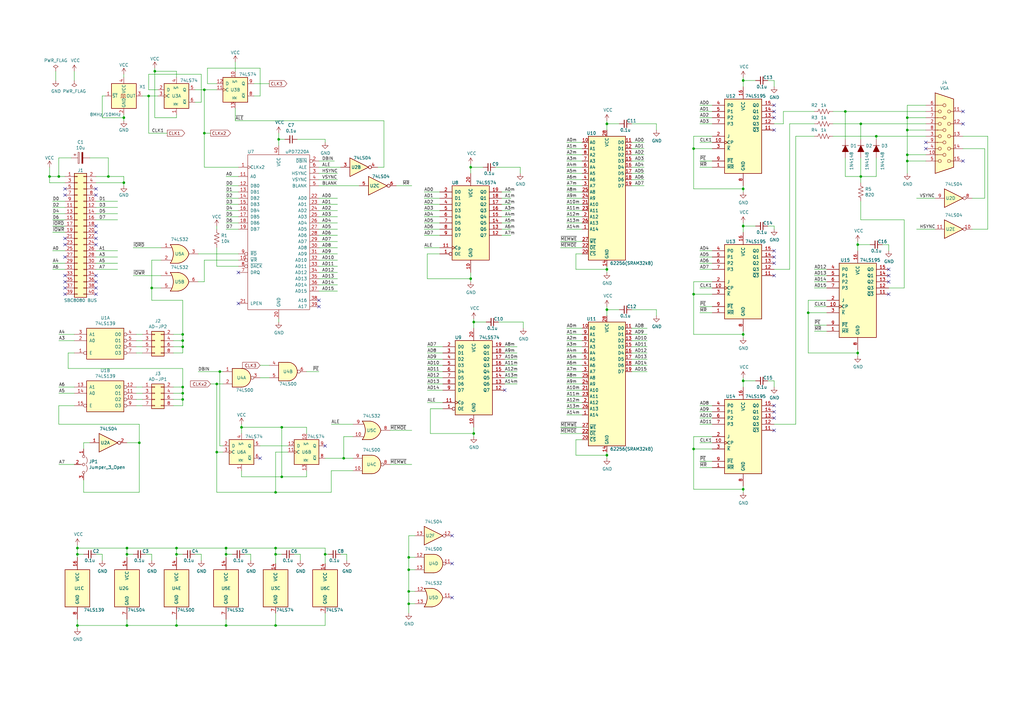
<source format=kicad_sch>
(kicad_sch (version 20211123) (generator eeschema)
  (paper "A3")
  (title_block (title "KZ80 uPD7200 Board") (date "2020-06-02") (rev "1") (company "KUNI-NET"))
  (junction (at 284.48 120.65))
  (junction (at 113.03 201.93))
  (junction (at 167.64 228.6))
  (junction (at 359.41 55.88))
  (junction (at 353.06 50.8))
  (junction (at 60.96 39.37))
  (junction (at 74.93 163.83))
  (junction (at 24.13 72.39))
  (junction (at 113.03 224.79))
  (junction (at 74.93 158.75))
  (junction (at 346.71 45.72))
  (junction (at 113.03 227.33))
  (junction (at 115.57 175.26))
  (junction (at 372.11 63.5))
  (junction (at 331.47 128.27))
  (junction (at 248.92 186.69))
  (junction (at 115.57 195.58))
  (junction (at 284.48 60.96))
  (junction (at 193.04 114.3))
  (junction (at 284.48 184.15))
  (junction (at 167.64 247.65))
  (junction (at 88.9 157.48))
  (junction (at 50.8 74.93))
  (junction (at 133.35 227.33))
  (junction (at 52.07 224.79))
  (junction (at 248.92 50.8))
  (junction (at 304.8 92.71))
  (junction (at 114.3 57.15))
  (junction (at 353.06 72.39))
  (junction (at 92.71 227.33))
  (junction (at 351.79 100.33))
  (junction (at 72.39 256.54))
  (junction (at 44.45 72.39))
  (junction (at 140.97 187.96))
  (junction (at 194.31 177.8))
  (junction (at 99.06 175.26))
  (junction (at 62.23 118.11))
  (junction (at 92.71 256.54))
  (junction (at 167.64 233.68))
  (junction (at 372.11 53.34))
  (junction (at 52.07 256.54))
  (junction (at 167.64 242.57))
  (junction (at 50.8 48.26))
  (junction (at 83.82 54.61))
  (junction (at 20.32 72.39))
  (junction (at 113.03 256.54))
  (junction (at 31.75 224.79))
  (junction (at 304.8 200.66))
  (junction (at 57.15 181.61))
  (junction (at 74.93 161.29))
  (junction (at 83.82 36.83))
  (junction (at 304.8 33.02))
  (junction (at 74.93 137.16))
  (junction (at 248.92 110.49))
  (junction (at 193.04 68.58))
  (junction (at 90.17 152.4))
  (junction (at 74.93 139.7))
  (junction (at 72.39 227.33))
  (junction (at 304.8 137.16))
  (junction (at 63.5 29.21))
  (junction (at 31.75 227.33))
  (junction (at 248.92 127))
  (junction (at 351.79 144.78))
  (junction (at 88.9 185.42))
  (junction (at 194.31 132.08))
  (junction (at 372.11 48.26))
  (junction (at 92.71 224.79))
  (junction (at 31.75 256.54))
  (junction (at 52.07 227.33))
  (junction (at 304.8 156.21))
  (junction (at 304.8 77.47))
  (junction (at 74.93 142.24))
  (junction (at 372.11 66.04))
  (junction (at 72.39 224.79))
  (no_connect (at 317.5 113.03))
  (no_connect (at 364.49 120.65))
  (no_connect (at 317.5 171.45))
  (no_connect (at 317.5 48.26))
  (no_connect (at 133.35 182.88))
  (no_connect (at 185.42 245.11))
  (no_connect (at 317.5 176.53))
  (no_connect (at 130.81 125.73))
  (no_connect (at 394.97 66.04))
  (no_connect (at 317.5 168.91))
  (no_connect (at 379.73 58.42))
  (no_connect (at 364.49 110.49))
  (no_connect (at 317.5 107.95))
  (no_connect (at 317.5 105.41))
  (no_connect (at 185.42 219.71))
  (no_connect (at 394.97 50.8))
  (no_connect (at 379.73 60.96))
  (no_connect (at 97.79 111.76))
  (no_connect (at 130.81 123.19))
  (no_connect (at 317.5 53.34))
  (no_connect (at 106.68 187.96))
  (no_connect (at 317.5 102.87))
  (no_connect (at 317.5 43.18))
  (no_connect (at 394.97 45.72))
  (no_connect (at 39.37 77.47))
  (no_connect (at 39.37 80.01))
  (no_connect (at 26.67 77.47))
  (no_connect (at 26.67 80.01))
  (no_connect (at 97.79 124.46))
  (no_connect (at 185.42 231.14))
  (no_connect (at 317.5 45.72))
  (no_connect (at 364.49 115.57))
  (no_connect (at 364.49 113.03))
  (no_connect (at 207.01 160.02))
  (no_connect (at 39.37 92.71))
  (no_connect (at 39.37 95.25))
  (no_connect (at 39.37 97.79))
  (no_connect (at 39.37 100.33))
  (no_connect (at 26.67 105.41))
  (no_connect (at 26.67 97.79))
  (no_connect (at 26.67 100.33))
  (no_connect (at 26.67 113.03))
  (no_connect (at 39.37 113.03))
  (no_connect (at 26.67 115.57))
  (no_connect (at 26.67 118.11))
  (no_connect (at 26.67 120.65))
  (no_connect (at 39.37 120.65))
  (no_connect (at 39.37 118.11))
  (no_connect (at 39.37 115.57))
  (no_connect (at 317.5 166.37))
  (wire (pts (xy 106.68 182.88) (xy 118.11 182.88)))
  (wire (pts (xy 99.06 175.26) (xy 115.57 175.26)))
  (wire (pts (xy 36.83 64.77) (xy 44.45 64.77)))
  (wire (pts (xy 114.3 54.61) (xy 114.3 57.15)))
  (wire (pts (xy 403.86 60.96) (xy 403.86 81.28)))
  (wire (pts (xy 259.08 73.66) (xy 264.16 73.66)))
  (wire (pts (xy 52.07 224.79) (xy 72.39 224.79)))
  (wire (pts (xy 54.61 101.6) (xy 66.04 101.6)))
  (wire (pts (xy 71.12 161.29) (xy 74.93 161.29)))
  (wire (pts (xy 287.02 68.58) (xy 292.1 68.58)))
  (wire (pts (xy 24.13 64.77) (xy 24.13 72.39)))
  (wire (pts (xy 259.08 60.96) (xy 264.16 60.96)))
  (wire (pts (xy 39.37 107.95) (xy 48.26 107.95)))
  (wire (pts (xy 74.93 123.19) (xy 74.93 137.16)))
  (wire (pts (xy 88.9 109.22) (xy 97.79 109.22)))
  (wire (pts (xy 55.88 163.83) (xy 58.42 163.83)))
  (wire (pts (xy 334.01 110.49) (xy 339.09 110.49)))
  (wire (pts (xy 92.71 227.33) (xy 92.71 228.6)))
  (wire (pts (xy 287.02 191.77) (xy 292.1 191.77)))
  (wire (pts (xy 175.26 149.86) (xy 181.61 149.86)))
  (wire (pts (xy 346.71 57.15) (xy 346.71 45.72)))
  (wire (pts (xy 232.41 165.1) (xy 238.76 165.1)))
  (wire (pts (xy 232.41 91.44) (xy 238.76 91.44)))
  (wire (pts (xy 130.81 109.22) (xy 138.43 109.22)))
  (wire (pts (xy 92.71 91.44) (xy 97.79 91.44)))
  (wire (pts (xy 74.93 139.7) (xy 74.93 142.24)))
  (wire (pts (xy 31.75 224.79) (xy 52.07 224.79)))
  (wire (pts (xy 317.5 92.71) (xy 317.5 93.98)))
  (wire (pts (xy 284.48 179.07) (xy 284.48 184.15)))
  (wire (pts (xy 287.02 168.91) (xy 292.1 168.91)))
  (wire (pts (xy 59.69 227.33) (xy 62.23 227.33)))
  (wire (pts (xy 232.41 78.74) (xy 238.76 78.74)))
  (wire (pts (xy 21.59 102.87) (xy 26.67 102.87)))
  (wire (pts (xy 113.03 227.33) (xy 115.57 227.33)))
  (wire (pts (xy 113.03 185.42) (xy 118.11 185.42)))
  (wire (pts (xy 92.71 224.79) (xy 113.03 224.79)))
  (wire (pts (xy 63.5 27.94) (xy 63.5 29.21)))
  (wire (pts (xy 60.96 39.37) (xy 64.77 39.37)))
  (wire (pts (xy 133.35 224.79) (xy 133.35 227.33)))
  (wire (pts (xy 24.13 173.99) (xy 57.15 173.99)))
  (wire (pts (xy 292.1 184.15) (xy 284.48 184.15)))
  (wire (pts (xy 259.08 134.62) (xy 265.43 134.62)))
  (wire (pts (xy 130.81 83.82) (xy 138.43 83.82)))
  (wire (pts (xy 193.04 68.58) (xy 193.04 71.12)))
  (wire (pts (xy 351.79 99.06) (xy 351.79 100.33)))
  (wire (pts (xy 304.8 200.66) (xy 304.8 201.93)))
  (wire (pts (xy 72.39 48.26) (xy 72.39 46.99)))
  (wire (pts (xy 130.81 71.12) (xy 138.43 71.12)))
  (wire (pts (xy 232.41 162.56) (xy 238.76 162.56)))
  (wire (pts (xy 232.41 134.62) (xy 238.76 134.62)))
  (wire (pts (xy 173.99 93.98) (xy 180.34 93.98)))
  (wire (pts (xy 259.08 71.12) (xy 264.16 71.12)))
  (wire (pts (xy 232.41 58.42) (xy 238.76 58.42)))
  (wire (pts (xy 170.18 228.6) (xy 167.64 228.6)))
  (wire (pts (xy 130.81 81.28) (xy 138.43 81.28)))
  (wire (pts (xy 83.82 54.61) (xy 83.82 68.58)))
  (wire (pts (xy 62.23 118.11) (xy 66.04 118.11)))
  (wire (pts (xy 30.48 137.16) (xy 24.13 137.16)))
  (wire (pts (xy 194.31 132.08) (xy 194.31 134.62)))
  (wire (pts (xy 55.88 161.29) (xy 58.42 161.29)))
  (wire (pts (xy 405.13 55.88) (xy 405.13 93.98)))
  (wire (pts (xy 71.12 139.7) (xy 74.93 139.7)))
  (wire (pts (xy 31.75 256.54) (xy 52.07 256.54)))
  (wire (pts (xy 317.5 156.21) (xy 317.5 158.75)))
  (wire (pts (xy 50.8 30.48) (xy 50.8 31.75)))
  (wire (pts (xy 34.29 181.61) (xy 36.83 181.61)))
  (wire (pts (xy 214.63 132.08) (xy 214.63 134.62)))
  (wire (pts (xy 114.3 130.81) (xy 114.3 132.08)))
  (wire (pts (xy 259.08 137.16) (xy 265.43 137.16)))
  (wire (pts (xy 341.63 50.8) (xy 353.06 50.8)))
  (wire (pts (xy 248.92 127) (xy 254 127)))
  (wire (pts (xy 284.48 60.96) (xy 284.48 77.47)))
  (wire (pts (xy 287.02 125.73) (xy 292.1 125.73)))
  (wire (pts (xy 259.08 147.32) (xy 265.43 147.32)))
  (wire (pts (xy 55.88 137.16) (xy 58.42 137.16)))
  (wire (pts (xy 92.71 72.39) (xy 97.79 72.39)))
  (wire (pts (xy 372.11 53.34) (xy 372.11 48.26)))
  (wire (pts (xy 304.8 92.71) (xy 309.88 92.71)))
  (wire (pts (xy 130.81 86.36) (xy 138.43 86.36)))
  (wire (pts (xy 60.96 39.37) (xy 60.96 54.61)))
  (wire (pts (xy 83.82 36.83) (xy 83.82 54.61)))
  (wire (pts (xy 173.99 81.28) (xy 180.34 81.28)))
  (wire (pts (xy 113.03 224.79) (xy 133.35 224.79)))
  (wire (pts (xy 92.71 76.2) (xy 97.79 76.2)))
  (wire (pts (xy 175.26 152.4) (xy 181.61 152.4)))
  (wire (pts (xy 20.32 72.39) (xy 24.13 72.39)))
  (wire (pts (xy 106.68 27.94) (xy 106.68 39.37)))
  (wire (pts (xy 232.41 147.32) (xy 238.76 147.32)))
  (wire (pts (xy 284.48 184.15) (xy 284.48 200.66)))
  (wire (pts (xy 194.31 130.81) (xy 194.31 132.08)))
  (wire (pts (xy 83.82 115.57) (xy 81.28 115.57)))
  (wire (pts (xy 232.41 76.2) (xy 238.76 76.2)))
  (wire (pts (xy 304.8 156.21) (xy 304.8 158.75)))
  (wire (pts (xy 175.26 104.14) (xy 180.34 104.14)))
  (wire (pts (xy 167.64 233.68) (xy 167.64 228.6)))
  (wire (pts (xy 353.06 72.39) (xy 353.06 74.93)))
  (wire (pts (xy 115.57 175.26) (xy 125.73 175.26)))
  (wire (pts (xy 248.92 127) (xy 248.92 129.54)))
  (wire (pts (xy 57.15 201.93) (xy 57.15 181.61)))
  (wire (pts (xy 292.1 179.07) (xy 284.48 179.07)))
  (wire (pts (xy 52.07 256.54) (xy 52.07 254)))
  (wire (pts (xy 287.02 166.37) (xy 292.1 166.37)))
  (wire (pts (xy 353.06 57.15) (xy 353.06 50.8)))
  (wire (pts (xy 21.59 107.95) (xy 26.67 107.95)))
  (wire (pts (xy 379.73 63.5) (xy 372.11 63.5)))
  (wire (pts (xy 55.88 139.7) (xy 58.42 139.7)))
  (wire (pts (xy 100.33 227.33) (xy 102.87 227.33)))
  (wire (pts (xy 207.01 157.48) (xy 212.09 157.48)))
  (wire (pts (xy 48.26 85.09) (xy 39.37 85.09)))
  (wire (pts (xy 284.48 77.47) (xy 304.8 77.47)))
  (wire (pts (xy 130.81 116.84) (xy 138.43 116.84)))
  (wire (pts (xy 375.92 93.98) (xy 383.54 93.98)))
  (wire (pts (xy 353.06 50.8) (xy 379.73 50.8)))
  (wire (pts (xy 238.76 99.06) (xy 229.87 99.06)))
  (wire (pts (xy 96.52 25.4) (xy 96.52 29.21)))
  (wire (pts (xy 74.93 144.78) (xy 71.12 144.78)))
  (wire (pts (xy 379.73 48.26) (xy 372.11 48.26)))
  (wire (pts (xy 351.79 143.51) (xy 351.79 144.78)))
  (wire (pts (xy 63.5 48.26) (xy 72.39 48.26)))
  (wire (pts (xy 31.75 227.33) (xy 31.75 228.6)))
  (wire (pts (xy 90.17 152.4) (xy 91.44 152.4)))
  (wire (pts (xy 287.02 105.41) (xy 292.1 105.41)))
  (wire (pts (xy 157.48 49.53) (xy 96.52 49.53)))
  (wire (pts (xy 372.11 63.5) (xy 372.11 53.34)))
  (wire (pts (xy 39.37 72.39) (xy 44.45 72.39)))
  (wire (pts (xy 379.73 53.34) (xy 372.11 53.34)))
  (wire (pts (xy 50.8 48.26) (xy 41.91 48.26)))
  (wire (pts (xy 62.23 227.33) (xy 62.23 229.87)))
  (wire (pts (xy 92.71 227.33) (xy 95.25 227.33)))
  (wire (pts (xy 88.9 34.29) (xy 85.09 34.29)))
  (wire (pts (xy 193.04 67.31) (xy 193.04 68.58)))
  (wire (pts (xy 130.81 88.9) (xy 138.43 88.9)))
  (wire (pts (xy 83.82 54.61) (xy 86.36 54.61)))
  (wire (pts (xy 248.92 109.22) (xy 248.92 110.49)))
  (wire (pts (xy 232.41 157.48) (xy 238.76 157.48)))
  (wire (pts (xy 284.48 120.65) (xy 284.48 137.16)))
  (wire (pts (xy 162.56 76.2) (xy 168.91 76.2)))
  (wire (pts (xy 74.93 142.24) (xy 74.93 144.78)))
  (wire (pts (xy 287.02 118.11) (xy 292.1 118.11)))
  (wire (pts (xy 170.18 247.65) (xy 167.64 247.65)))
  (wire (pts (xy 287.02 171.45) (xy 292.1 171.45)))
  (wire (pts (xy 71.12 158.75) (xy 74.93 158.75)))
  (wire (pts (xy 168.91 176.53) (xy 160.02 176.53)))
  (wire (pts (xy 205.74 81.28) (xy 209.55 81.28)))
  (wire (pts (xy 175.26 142.24) (xy 181.61 142.24)))
  (wire (pts (xy 121.92 57.15) (xy 133.35 57.15)))
  (wire (pts (xy 113.03 256.54) (xy 133.35 256.54)))
  (wire (pts (xy 346.71 72.39) (xy 353.06 72.39)))
  (wire (pts (xy 113.03 224.79) (xy 113.03 227.33)))
  (wire (pts (xy 238.76 180.34) (xy 236.22 180.34)))
  (wire (pts (xy 304.8 33.02) (xy 304.8 35.56)))
  (wire (pts (xy 232.41 60.96) (xy 238.76 60.96)))
  (wire (pts (xy 130.81 106.68) (xy 138.43 106.68)))
  (wire (pts (xy 372.11 71.12) (xy 372.11 66.04)))
  (wire (pts (xy 125.73 152.4) (xy 130.81 152.4)))
  (wire (pts (xy 130.81 101.6) (xy 138.43 101.6)))
  (wire (pts (xy 92.71 254) (xy 92.71 256.54)))
  (wire (pts (xy 207.01 142.24) (xy 212.09 142.24)))
  (wire (pts (xy 133.35 256.54) (xy 133.35 251.46)))
  (wire (pts (xy 115.57 175.26) (xy 115.57 195.58)))
  (wire (pts (xy 39.37 87.63) (xy 48.26 87.63)))
  (wire (pts (xy 232.41 137.16) (xy 238.76 137.16)))
  (wire (pts (xy 175.26 114.3) (xy 175.26 104.14)))
  (wire (pts (xy 21.59 85.09) (xy 26.67 85.09)))
  (wire (pts (xy 205.74 86.36) (xy 209.55 86.36)))
  (wire (pts (xy 113.03 201.93) (xy 113.03 185.42)))
  (wire (pts (xy 27.94 144.78) (xy 27.94 151.13)))
  (wire (pts (xy 259.08 152.4) (xy 265.43 152.4)))
  (wire (pts (xy 232.41 152.4) (xy 238.76 152.4)))
  (wire (pts (xy 203.2 68.58) (xy 213.36 68.58)))
  (wire (pts (xy 74.93 166.37) (xy 71.12 166.37)))
  (wire (pts (xy 176.53 167.64) (xy 181.61 167.64)))
  (wire (pts (xy 248.92 186.69) (xy 248.92 187.96)))
  (wire (pts (xy 167.64 251.46) (xy 167.64 247.65)))
  (wire (pts (xy 287.02 173.99) (xy 292.1 173.99)))
  (wire (pts (xy 173.99 86.36) (xy 180.34 86.36)))
  (wire (pts (xy 24.13 166.37) (xy 24.13 173.99)))
  (wire (pts (xy 30.48 166.37) (xy 24.13 166.37)))
  (wire (pts (xy 205.74 91.44) (xy 209.55 91.44)))
  (wire (pts (xy 232.41 167.64) (xy 238.76 167.64)))
  (wire (pts (xy 359.41 55.88) (xy 379.73 55.88)))
  (wire (pts (xy 173.99 83.82) (xy 180.34 83.82)))
  (wire (pts (xy 41.91 227.33) (xy 41.91 229.87)))
  (wire (pts (xy 193.04 111.76) (xy 193.04 114.3)))
  (wire (pts (xy 44.45 64.77) (xy 44.45 72.39)))
  (wire (pts (xy 130.81 119.38) (xy 138.43 119.38)))
  (wire (pts (xy 304.8 31.75) (xy 304.8 33.02)))
  (wire (pts (xy 379.73 66.04) (xy 372.11 66.04)))
  (wire (pts (xy 92.71 224.79) (xy 92.71 227.33)))
  (wire (pts (xy 130.81 114.3) (xy 138.43 114.3)))
  (wire (pts (xy 81.28 104.14) (xy 97.79 104.14)))
  (wire (pts (xy 287.02 107.95) (xy 292.1 107.95)))
  (wire (pts (xy 31.75 256.54) (xy 31.75 257.81)))
  (wire (pts (xy 125.73 195.58) (xy 125.73 193.04)))
  (wire (pts (xy 30.48 161.29) (xy 24.13 161.29)))
  (wire (pts (xy 334.01 115.57) (xy 339.09 115.57)))
  (wire (pts (xy 321.31 45.72) (xy 334.01 45.72)))
  (wire (pts (xy 92.71 83.82) (xy 97.79 83.82)))
  (wire (pts (xy 135.89 201.93) (xy 135.89 193.04)))
  (wire (pts (xy 284.48 137.16) (xy 304.8 137.16)))
  (wire (pts (xy 92.71 78.74) (xy 97.79 78.74)))
  (wire (pts (xy 287.02 181.61) (xy 292.1 181.61)))
  (wire (pts (xy 287.02 50.8) (xy 292.1 50.8)))
  (wire (pts (xy 85.09 34.29) (xy 85.09 27.94)))
  (wire (pts (xy 364.49 100.33) (xy 364.49 102.87)))
  (wire (pts (xy 232.41 73.66) (xy 238.76 73.66)))
  (wire (pts (xy 304.8 92.71) (xy 304.8 95.25)))
  (wire (pts (xy 259.08 139.7) (xy 265.43 139.7)))
  (wire (pts (xy 41.91 48.26) (xy 41.91 39.37)))
  (wire (pts (xy 88.9 157.48) (xy 88.9 185.42)))
  (wire (pts (xy 133.35 227.33) (xy 134.62 227.33)))
  (wire (pts (xy 236.22 104.14) (xy 236.22 110.49)))
  (wire (pts (xy 99.06 175.26) (xy 99.06 177.8)))
  (wire (pts (xy 248.92 125.73) (xy 248.92 127)))
  (wire (pts (xy 50.8 74.93) (xy 50.8 76.2)))
  (wire (pts (xy 130.81 99.06) (xy 138.43 99.06)))
  (wire (pts (xy 353.06 82.55) (xy 353.06 90.17)))
  (wire (pts (xy 321.31 50.8) (xy 321.31 45.72)))
  (wire (pts (xy 102.87 227.33) (xy 102.87 229.87)))
  (wire (pts (xy 205.74 96.52) (xy 209.55 96.52)))
  (wire (pts (xy 21.59 90.17) (xy 26.67 90.17)))
  (wire (pts (xy 304.8 137.16) (xy 304.8 138.43)))
  (wire (pts (xy 351.79 144.78) (xy 351.79 146.05)))
  (wire (pts (xy 194.31 177.8) (xy 176.53 177.8)))
  (wire (pts (xy 353.06 64.77) (xy 353.06 72.39)))
  (wire (pts (xy 144.78 173.99) (xy 135.89 173.99)))
  (wire (pts (xy 259.08 63.5) (xy 264.16 63.5)))
  (wire (pts (xy 62.23 118.11) (xy 62.23 123.19)))
  (wire (pts (xy 167.64 228.6) (xy 167.64 219.71)))
  (wire (pts (xy 81.28 152.4) (xy 90.17 152.4)))
  (wire (pts (xy 106.68 154.94) (xy 110.49 154.94)))
  (wire (pts (xy 31.75 254) (xy 31.75 256.54)))
  (wire (pts (xy 34.29 184.15) (xy 34.29 181.61)))
  (wire (pts (xy 175.26 147.32) (xy 181.61 147.32)))
  (wire (pts (xy 181.61 165.1) (xy 175.26 165.1)))
  (wire (pts (xy 72.39 224.79) (xy 72.39 227.33)))
  (wire (pts (xy 39.37 110.49) (xy 48.26 110.49)))
  (wire (pts (xy 207.01 152.4) (xy 212.09 152.4)))
  (wire (pts (xy 394.97 55.88) (xy 405.13 55.88)))
  (wire (pts (xy 269.24 50.8) (xy 269.24 53.34)))
  (wire (pts (xy 204.47 132.08) (xy 214.63 132.08)))
  (wire (pts (xy 173.99 78.74) (xy 180.34 78.74)))
  (wire (pts (xy 63.5 29.21) (xy 63.5 48.26)))
  (wire (pts (xy 30.48 190.5) (xy 24.13 190.5)))
  (wire (pts (xy 74.93 151.13) (xy 74.93 158.75)))
  (wire (pts (xy 173.99 91.44) (xy 180.34 91.44)))
  (wire (pts (xy 72.39 256.54) (xy 92.71 256.54)))
  (wire (pts (xy 238.76 101.6) (xy 229.87 101.6)))
  (wire (pts (xy 123.19 227.33) (xy 123.19 229.87)))
  (wire (pts (xy 90.17 152.4) (xy 90.17 182.88)))
  (wire (pts (xy 205.74 88.9) (xy 209.55 88.9)))
  (wire (pts (xy 92.71 93.98) (xy 97.79 93.98)))
  (wire (pts (xy 353.06 90.17) (xy 370.84 90.17)))
  (wire (pts (xy 238.76 175.26) (xy 229.87 175.26)))
  (wire (pts (xy 339.09 128.27) (xy 331.47 128.27)))
  (wire (pts (xy 334.01 133.35) (xy 339.09 133.35)))
  (wire (pts (xy 232.41 170.18) (xy 238.76 170.18)))
  (wire (pts (xy 80.01 227.33) (xy 82.55 227.33)))
  (wire (pts (xy 140.97 179.07) (xy 140.97 187.96)))
  (wire (pts (xy 88.9 185.42) (xy 91.44 185.42)))
  (wire (pts (xy 48.26 90.17) (xy 39.37 90.17)))
  (wire (pts (xy 34.29 196.85) (xy 34.29 201.93)))
  (wire (pts (xy 60.96 36.83) (xy 60.96 30.48)))
  (wire (pts (xy 326.39 173.99) (xy 317.5 173.99)))
  (wire (pts (xy 175.26 160.02) (xy 181.61 160.02)))
  (wire (pts (xy 88.9 185.42) (xy 88.9 201.93)))
  (wire (pts (xy 361.95 100.33) (xy 364.49 100.33)))
  (wire (pts (xy 20.32 74.93) (xy 26.67 74.93)))
  (wire (pts (xy 403.86 60.96) (xy 394.97 60.96)))
  (wire (pts (xy 130.81 93.98) (xy 138.43 93.98)))
  (wire (pts (xy 269.24 127) (xy 269.24 129.54)))
  (wire (pts (xy 72.39 256.54) (xy 72.39 254)))
  (wire (pts (xy 284.48 200.66) (xy 304.8 200.66)))
  (wire (pts (xy 292.1 120.65) (xy 284.48 120.65)))
  (wire (pts (xy 80.01 36.83) (xy 83.82 36.83)))
  (wire (pts (xy 259.08 127) (xy 269.24 127)))
  (wire (pts (xy 44.45 72.39) (xy 50.8 72.39)))
  (wire (pts (xy 113.03 256.54) (xy 113.03 251.46)))
  (wire (pts (xy 351.79 100.33) (xy 356.87 100.33)))
  (wire (pts (xy 113.03 201.93) (xy 135.89 201.93)))
  (wire (pts (xy 193.04 114.3) (xy 175.26 114.3)))
  (wire (pts (xy 213.36 68.58) (xy 213.36 71.12)))
  (wire (pts (xy 30.48 29.21) (xy 30.48 33.02)))
  (wire (pts (xy 74.93 161.29) (xy 74.93 163.83)))
  (wire (pts (xy 259.08 50.8) (xy 269.24 50.8)))
  (wire (pts (xy 372.11 66.04) (xy 372.11 63.5)))
  (wire (pts (xy 157.48 68.58) (xy 154.94 68.58)))
  (wire (pts (xy 326.39 55.88) (xy 326.39 173.99)))
  (wire (pts (xy 83.82 36.83) (xy 88.9 36.83)))
  (wire (pts (xy 30.48 144.78) (xy 27.94 144.78)))
  (wire (pts (xy 21.59 82.55) (xy 26.67 82.55)))
  (wire (pts (xy 180.34 101.6) (xy 173.99 101.6)))
  (wire (pts (xy 130.81 66.04) (xy 137.16 66.04)))
  (wire (pts (xy 133.35 227.33) (xy 133.35 231.14)))
  (wire (pts (xy 115.57 195.58) (xy 125.73 195.58)))
  (wire (pts (xy 175.26 144.78) (xy 181.61 144.78)))
  (wire (pts (xy 130.81 96.52) (xy 138.43 96.52)))
  (wire (pts (xy 21.59 95.25) (xy 26.67 95.25)))
  (wire (pts (xy 292.1 115.57) (xy 284.48 115.57)))
  (wire (pts (xy 29.21 64.77) (xy 24.13 64.77)))
  (wire (pts (xy 205.74 93.98) (xy 209.55 93.98)))
  (wire (pts (xy 372.11 43.18) (xy 379.73 43.18)))
  (wire (pts (xy 284.48 55.88) (xy 284.48 60.96)))
  (wire (pts (xy 236.22 110.49) (xy 248.92 110.49)))
  (wire (pts (xy 284.48 115.57) (xy 284.48 120.65)))
  (wire (pts (xy 173.99 96.52) (xy 180.34 96.52)))
  (wire (pts (xy 62.23 123.19) (xy 74.93 123.19)))
  (wire (pts (xy 334.01 55.88) (xy 326.39 55.88)))
  (wire (pts (xy 114.3 57.15) (xy 114.3 59.69)))
  (wire (pts (xy 405.13 93.98) (xy 398.78 93.98)))
  (wire (pts (xy 55.88 144.78) (xy 58.42 144.78)))
  (wire (pts (xy 97.79 106.68) (xy 83.82 106.68)))
  (wire (pts (xy 113.03 227.33) (xy 113.03 231.14)))
  (wire (pts (xy 64.77 36.83) (xy 60.96 36.83)))
  (wire (pts (xy 167.64 242.57) (xy 167.64 233.68)))
  (wire (pts (xy 232.41 93.98) (xy 238.76 93.98)))
  (wire (pts (xy 130.81 104.14) (xy 138.43 104.14)))
  (wire (pts (xy 167.64 247.65) (xy 167.64 242.57)))
  (wire (pts (xy 304.8 33.02) (xy 309.88 33.02)))
  (wire (pts (xy 50.8 72.39) (xy 50.8 74.93)))
  (wire (pts (xy 232.41 139.7) (xy 238.76 139.7)))
  (wire (pts (xy 287.02 43.18) (xy 292.1 43.18)))
  (wire (pts (xy 248.92 185.42) (xy 248.92 186.69)))
  (wire (pts (xy 304.8 199.39) (xy 304.8 200.66)))
  (wire (pts (xy 238.76 177.8) (xy 229.87 177.8)))
  (wire (pts (xy 359.41 55.88) (xy 359.41 57.15)))
  (wire (pts (xy 130.81 91.44) (xy 138.43 91.44)))
  (wire (pts (xy 314.96 92.71) (xy 317.5 92.71)))
  (wire (pts (xy 82.55 227.33) (xy 82.55 229.87)))
  (wire (pts (xy 331.47 144.78) (xy 351.79 144.78)))
  (wire (pts (xy 232.41 160.02) (xy 238.76 160.02)))
  (wire (pts (xy 317.5 50.8) (xy 321.31 50.8)))
  (wire (pts (xy 232.41 63.5) (xy 238.76 63.5)))
  (wire (pts (xy 346.71 45.72) (xy 379.73 45.72)))
  (wire (pts (xy 30.48 139.7) (xy 24.13 139.7)))
  (wire (pts (xy 170.18 242.57) (xy 167.64 242.57)))
  (wire (pts (xy 55.88 166.37) (xy 58.42 166.37)))
  (wire (pts (xy 74.93 158.75) (xy 74.93 161.29)))
  (wire (pts (xy 58.42 39.37) (xy 60.96 39.37)))
  (wire (pts (xy 92.71 256.54) (xy 113.03 256.54)))
  (wire (pts (xy 66.04 106.68) (xy 62.23 106.68)))
  (wire (pts (xy 287.02 66.04) (xy 292.1 66.04)))
  (wire (pts (xy 259.08 142.24) (xy 265.43 142.24)))
  (wire (pts (xy 353.06 72.39) (xy 359.41 72.39)))
  (wire (pts (xy 287.02 110.49) (xy 292.1 110.49)))
  (wire (pts (xy 403.86 81.28) (xy 398.78 81.28)))
  (wire (pts (xy 334.01 125.73) (xy 339.09 125.73)))
  (wire (pts (xy 24.13 72.39) (xy 26.67 72.39)))
  (wire (pts (xy 120.65 227.33) (xy 123.19 227.33)))
  (wire (pts (xy 71.12 137.16) (xy 74.93 137.16)))
  (wire (pts (xy 39.37 227.33) (xy 41.91 227.33)))
  (wire (pts (xy 259.08 66.04) (xy 264.16 66.04)))
  (wire (pts (xy 248.92 50.8) (xy 254 50.8)))
  (wire (pts (xy 140.97 187.96) (xy 144.78 187.96)))
  (wire (pts (xy 304.8 154.94) (xy 304.8 156.21)))
  (wire (pts (xy 259.08 58.42) (xy 264.16 58.42)))
  (wire (pts (xy 26.67 87.63) (xy 21.59 87.63)))
  (wire (pts (xy 99.06 173.99) (xy 99.06 175.26)))
  (wire (pts (xy 194.31 175.26) (xy 194.31 177.8)))
  (wire (pts (xy 99.06 193.04) (xy 99.06 195.58)))
  (wire (pts (xy 287.02 128.27) (xy 292.1 128.27)))
  (wire (pts (xy 331.47 123.19) (xy 331.47 128.27)))
  (wire (pts (xy 248.92 110.49) (xy 248.92 111.76)))
  (wire (pts (xy 72.39 227.33) (xy 72.39 228.6)))
  (wire (pts (xy 125.73 175.26) (xy 125.73 177.8)))
  (wire (pts (xy 92.71 88.9) (xy 97.79 88.9)))
  (wire (pts (xy 331.47 128.27) (xy 331.47 144.78)))
  (wire (pts (xy 52.07 227.33) (xy 54.61 227.33)))
  (wire (pts (xy 304.8 76.2) (xy 304.8 77.47)))
  (wire (pts (xy 232.41 66.04) (xy 238.76 66.04)))
  (wire (pts (xy 207.01 144.78) (xy 212.09 144.78)))
  (wire (pts (xy 232.41 83.82) (xy 238.76 83.82)))
  (wire (pts (xy 236.22 180.34) (xy 236.22 186.69)))
  (wire (pts (xy 55.88 142.24) (xy 58.42 142.24)))
  (wire (pts (xy 359.41 72.39) (xy 359.41 64.77)))
  (wire (pts (xy 334.01 118.11) (xy 339.09 118.11)))
  (wire (pts (xy 41.91 39.37) (xy 43.18 39.37)))
  (wire (pts (xy 48.26 102.87) (xy 39.37 102.87)))
  (wire (pts (xy 304.8 156.21) (xy 309.88 156.21)))
  (wire (pts (xy 259.08 144.78) (xy 265.43 144.78)))
  (wire (pts (xy 323.85 110.49) (xy 317.5 110.49)))
  (wire (pts (xy 96.52 49.53) (xy 96.52 44.45)))
  (wire (pts (xy 130.81 76.2) (xy 147.32 76.2)))
  (wire (pts (xy 304.8 77.47) (xy 304.8 78.74)))
  (wire (pts (xy 157.48 49.53) (xy 157.48 68.58)))
  (wire (pts (xy 106.68 39.37) (xy 104.14 39.37)))
  (wire (pts (xy 27.94 151.13) (xy 74.93 151.13)))
  (wire (pts (xy 20.32 72.39) (xy 20.32 74.93)))
  (wire (pts (xy 133.35 57.15) (xy 133.35 58.42)))
  (wire (pts (xy 99.06 195.58) (xy 115.57 195.58)))
  (wire (pts (xy 130.81 68.58) (xy 139.7 68.58)))
  (wire (pts (xy 83.82 106.68) (xy 83.82 115.57)))
  (wire (pts (xy 314.96 156.21) (xy 317.5 156.21)))
  (wire (pts (xy 31.75 227.33) (xy 34.29 227.33)))
  (wire (pts (xy 304.8 91.44) (xy 304.8 92.71)))
  (wire (pts (xy 48.26 82.55) (xy 39.37 82.55)))
  (wire (pts (xy 323.85 50.8) (xy 323.85 110.49)))
  (wire (pts (xy 130.81 111.76) (xy 138.43 111.76)))
  (wire (pts (xy 60.96 30.48) (xy 82.55 30.48)))
  (wire (pts (xy 130.81 73.66) (xy 138.43 73.66)))
  (wire (pts (xy 57.15 173.99) (xy 57.15 181.61)))
  (wire (pts (xy 39.37 105.41) (xy 48.26 105.41)))
  (wire (pts (xy 346.71 64.77) (xy 346.71 72.39)))
  (wire (pts (xy 92.71 81.28) (xy 97.79 81.28)))
  (wire (pts (xy 287.02 102.87) (xy 292.1 102.87)))
  (wire (pts (xy 207.01 147.32) (xy 212.09 147.32)))
  (wire (pts (xy 114.3 57.15) (xy 116.84 57.15)))
  (wire (pts (xy 90.17 182.88) (xy 91.44 182.88)))
  (wire (pts (xy 82.55 30.48) (xy 82.55 41.91)))
  (wire (pts (xy 85.09 27.94) (xy 106.68 27.94)))
  (wire (pts (xy 304.8 135.89) (xy 304.8 137.16)))
  (wire (pts (xy 205.74 83.82) (xy 209.55 83.82)))
  (wire (pts (xy 287.02 189.23) (xy 292.1 189.23)))
  (wire (pts (xy 351.79 100.33) (xy 351.79 102.87)))
  (wire (pts (xy 55.88 158.75) (xy 58.42 158.75)))
  (wire (pts (xy 372.11 48.26) (xy 372.11 43.18)))
  (wire (pts (xy 104.14 34.29) (xy 110.49 34.29)))
  (wire (pts (xy 168.91 190.5) (xy 160.02 190.5)))
  (wire (pts (xy 82.55 41.91) (xy 80.01 41.91)))
  (wire (pts (xy 287.02 48.26) (xy 292.1 48.26)))
  (wire (pts (xy 88.9 157.48) (xy 91.44 157.48)))
  (wire (pts (xy 142.24 227.33) (xy 142.24 229.87)))
  (wire (pts (xy 334.01 135.89) (xy 339.09 135.89)))
  (wire (pts (xy 39.37 74.93) (xy 50.8 74.93)))
  (wire (pts (xy 50.8 48.26) (xy 50.8 49.53)))
  (wire (pts (xy 248.92 49.53) (xy 248.92 50.8)))
  (wire (pts (xy 232.41 71.12) (xy 238.76 71.12)))
  (wire (pts (xy 170.18 233.68) (xy 167.64 233.68)))
  (wire (pts (xy 259.08 76.2) (xy 264.16 76.2)))
  (wire (pts (xy 54.61 113.03) (xy 66.04 113.03)))
  (wire (pts (xy 232.41 149.86) (xy 238.76 149.86)))
  (wire (pts (xy 72.39 227.33) (xy 74.93 227.33)))
  (wire (pts (xy 167.64 219.71) (xy 170.18 219.71)))
  (wire (pts (xy 31.75 223.52) (xy 31.75 224.79)))
  (wire (pts (xy 72.39 224.79) (xy 92.71 224.79)))
  (wire (pts (xy 248.92 50.8) (xy 248.92 53.34)))
  (wire (pts (xy 370.84 90.17) (xy 370.84 118.11)))
  (wire (pts (xy 287.02 45.72) (xy 292.1 45.72)))
  (wire (pts (xy 144.78 179.07) (xy 140.97 179.07)))
  (wire (pts (xy 232.41 88.9) (xy 238.76 88.9)))
  (wire (pts (xy 21.59 92.71) (xy 26.67 92.71)))
  (wire (pts (xy 193.04 68.58) (xy 198.12 68.58)))
  (wire (pts (xy 173.99 88.9) (xy 180.34 88.9)))
  (wire (pts (xy 71.12 142.24) (xy 74.93 142.24)))
  (wire (pts (xy 139.7 227.33) (xy 142.24 227.33)))
  (wire (pts (xy 71.12 163.83) (xy 74.93 163.83)))
  (wire (pts (xy 83.82 68.58) (xy 97.79 68.58)))
  (wire (pts (xy 238.76 104.14) (xy 236.22 104.14)))
  (wire (pts (xy 50.8 46.99) (xy 50.8 48.26)))
  (wire (pts (xy 205.74 78.74) (xy 209.55 78.74)))
  (wire (pts (xy 232.41 142.24) (xy 238.76 142.24)))
  (wire (pts (xy 72.39 29.21) (xy 72.39 31.75)))
  (wire (pts (xy 341.63 45.72) (xy 346.71 45.72)))
  (wire (pts (xy 232.41 86.36) (xy 238.76 86.36)))
  (wire (pts (xy 52.07 224.79) (xy 52.07 227.33)))
  (wire (pts (xy 341.63 55.88) (xy 359.41 55.88)))
  (wire (pts (xy 236.22 186.69) (xy 248.92 186.69)))
  (wire (pts (xy 34.29 201.93) (xy 57.15 201.93)))
  (wire (pts (xy 88.9 92.71) (xy 88.9 93.98)))
  (wire (pts (xy 259.08 149.86) (xy 265.43 149.86)))
  (wire (pts (xy 232.41 68.58) (xy 238.76 68.58)))
  (wire (pts (xy 135.89 193.04) (xy 144.78 193.04)))
  (wire (pts (xy 88.9 201.93) (xy 113.03 201.93)))
  (wire (pts (xy 194.31 177.8) (xy 194.31 179.07)))
  (wire (pts (xy 314.96 33.02) (xy 317.5 33.02)))
  (wire (pts (xy 194.31 132.08) (xy 199.39 132.08)))
  (wire (pts (xy 175.26 157.48) (xy 181.61 157.48)))
  (wire (pts (xy 292.1 60.96) (xy 284.48 60.96)))
  (wire (pts (xy 62.23 106.68) (xy 62.23 118.11)))
  (wire (pts (xy 176.53 177.8) (xy 176.53 167.64)))
  (wire (pts (xy 92.71 86.36) (xy 97.79 86.36)))
  (wire (pts (xy 52.07 227.33) (xy 52.07 228.6)))
  (wire (pts (xy 232.41 81.28) (xy 238.76 81.28)))
  (wire (pts (xy 63.5 29.21) (xy 72.39 29.21)))
  (wire (pts (xy 207.01 154.94) (xy 212.09 154.94)))
  (wire (pts (xy 74.93 137.16) (xy 74.93 139.7)))
  (wire (pts (xy 52.07 256.54) (xy 72.39 256.54)))
  (wire (pts (xy 334.01 113.03) (xy 339.09 113.03)))
  (wire (pts (xy 88.9 101.6) (xy 88.9 109.22)))
  (wire (pts (xy 370.84 118.11) (xy 364.49 118.11)))
  (wire (pts (xy 317.5 33.02) (xy 317.5 35.56)))
  (wire (pts (xy 57.15 181.61) (xy 52.07 181.61)))
  (wire (pts (xy 232.41 144.78) (xy 238.76 144.78)))
  (wire (pts (xy 20.32 68.58) (xy 20.32 72.39)))
  (wire (pts (xy 74.93 163.83) (xy 74.93 166.37)))
  (wire (pts (xy 30.48 158.75) (xy 24.13 158.75)))
  (wire (pts (xy 259.08 68.58) (xy 264.16 68.58)))
  (wire (pts (xy 207.01 149.86) (xy 212.09 149.86)))
  (wire (pts (xy 339.09 123.19) (xy 331.47 123.19)))
  (wire (pts (xy 334.01 50.8) (xy 323.85 50.8)))
  (wire (pts (xy 232.41 154.94) (xy 238.76 154.94)))
  (wire (pts (xy 375.92 81.28) (xy 383.54 81.28)))
  (wire (pts (xy 106.68 149.86) (xy 110.49 149.86)))
  (wire (pts (xy 31.75 224.79) (xy 31.75 227.33)))
  (wire (pts (xy 21.59 110.49) (xy 26.67 110.49)))
  (wire (pts (xy 287.02 58.42) (xy 292.1 58.42)))
  (wire (pts (xy 292.1 55.88) (xy 284.48 55.88)))
  (wire (pts (xy 133.35 187.96) (xy 140.97 187.96)))
  (wire (pts (xy 60.96 54.61) (xy 68.58 54.61)))
  (wire (pts (xy 86.36 157.48) (xy 88.9 157.48)))
  (wire (pts (xy 193.04 114.3) (xy 193.04 115.57)))
  (wire (pts (xy 22.86 29.21) (xy 22.86 33.02)))
  (wire (pts (xy 175.26 154.94) (xy 181.61 154.94)))
  (label "A8m" (at 207.01 142.24 0))
  (label "~{PE}" (at 128.27 152.4 0))
  (label "HSYNC" (at 132.08 71.12 0))
  (label "AD11" (at 287.02 173.99 0))
  (label "AD3" (at 287.02 50.8 0))
  (label "AD11" (at 132.08 109.22 0))
  (label "AD13" (at 260.35 147.32 0))
  (label "AD6" (at 260.35 73.66 0))
  (label "~{IOWR}" (at 54.61 113.03 0))
  (label "A6m" (at 207.01 93.98 0))
  (label "D0" (at 92.71 76.2 0))
  (label "~{MR}" (at 165.1 76.2 0))
  (label "A2m" (at 232.41 139.7 0))
  (label "D6" (at 92.71 91.44 0))
  (label "D3" (at 92.71 83.82 0))
  (label "A7" (at 24.13 190.5 0))
  (label "AD6" (at 173.99 93.98 0))
  (label "A9m" (at 232.41 81.28 0))
  (label "~{IORD}" (at 54.61 101.6 0))
  (label "AD13" (at 132.08 114.3 0))
  (label "AD9" (at 175.26 147.32 0))
  (label "A3" (at 40.64 105.41 0))
  (label "VSYNC" (at 132.08 73.66 0))
  (label "~{PE}" (at 287.02 66.04 0))
  (label "A4m" (at 207.01 88.9 0))
  (label "AD12" (at 132.08 111.76 0))
  (label "AD5" (at 173.99 91.44 0))
  (label "AD9" (at 260.35 137.16 0))
  (label "AD7" (at 287.02 110.49 0))
  (label "A6" (at 21.59 110.49 0))
  (label "A5m" (at 232.41 147.32 0))
  (label "~{MEMOE}" (at 229.87 101.6 0))
  (label "~{MR}" (at 287.02 191.77 0))
  (label "A7m" (at 232.41 152.4 0))
  (label "~{IOWR}" (at 21.59 95.25 0))
  (label "A12m" (at 232.41 165.1 0))
  (label "A9m" (at 207.01 144.78 0))
  (label "A11m" (at 232.41 86.36 0))
  (label "D4" (at 92.71 86.36 0))
  (label "AD3" (at 132.08 88.9 0))
  (label "A1m" (at 207.01 81.28 0))
  (label "AD14" (at 175.26 160.02 0))
  (label "D2" (at 92.71 81.28 0))
  (label "A1m" (at 232.41 60.96 0))
  (label "A0" (at 21.59 102.87 0))
  (label "A0m" (at 232.41 134.62 0))
  (label "~{MEMOE}" (at 160.02 176.53 0))
  (label "A6m" (at 232.41 149.86 0))
  (label "HSYNC" (at 377.19 93.98 0))
  (label "~{MEMWE}" (at 229.87 99.06 0))
  (label "A1" (at 40.64 102.87 0))
  (label "A13m" (at 207.01 154.94 0))
  (label "AD4" (at 287.02 102.87 0))
  (label "A7m" (at 207.01 96.52 0))
  (label "VSYNC" (at 377.19 81.28 0))
  (label "DBIN" (at 81.28 152.4 0))
  (label "A7m" (at 232.41 76.2 0))
  (label "D4" (at 21.59 87.63 0))
  (label "BLANK" (at 132.08 76.2 0))
  (label "AD15" (at 132.08 119.38 0))
  (label "AD10" (at 175.26 149.86 0))
  (label "AD6" (at 287.02 107.95 0))
  (label "AD7" (at 260.35 76.2 0))
  (label "~{IORD}" (at 21.59 92.71 0))
  (label "AD6" (at 132.08 96.52 0))
  (label "AD9" (at 287.02 168.91 0))
  (label "AD4" (at 173.99 88.9 0))
  (label "A5" (at 24.13 161.29 0))
  (label "AD8" (at 132.08 101.6 0))
  (label "A6" (at 24.13 158.75 0))
  (label "AD2" (at 260.35 63.5 0))
  (label "D7" (at 92.71 93.98 0))
  (label "AD15" (at 260.35 152.4 0))
  (label "A12m" (at 232.41 88.9 0))
  (label "AD12" (at 175.26 154.94 0))
  (label "~{PE}" (at 287.02 125.73 0))
  (label "AD0" (at 260.35 58.42 0))
  (label "A4" (at 24.13 137.16 0))
  (label "A4m" (at 232.41 144.78 0))
  (label "A8m" (at 232.41 154.94 0))
  (label "A3m" (at 232.41 142.24 0))
  (label "AD9" (at 132.08 104.14 0))
  (label "AD11" (at 260.35 142.24 0))
  (label "D5" (at 40.64 87.63 0))
  (label "D1" (at 40.64 82.55 0))
  (label "A7" (at 40.64 110.49 0))
  (label "AD0" (at 132.08 81.28 0))
  (label "A13m" (at 232.41 167.64 0))
  (label "~{MR}" (at 287.02 68.58 0))
  (label "AD11" (at 175.26 152.4 0))
  (label "~{MEMWE}" (at 160.02 190.5 0))
  (label "A0m" (at 232.41 58.42 0))
  (label "A2m" (at 207.01 83.82 0))
  (label "DBIN" (at 132.08 66.04 0))
  (label "CLK1" (at 334.01 125.73 0))
  (label "AD15" (at 334.01 118.11 0))
  (label "A3" (at 24.13 139.7 0))
  (label "ALE" (at 175.26 165.1 0))
  (label "A11m" (at 207.01 149.86 0))
  (label "AD4" (at 132.08 91.44 0))
  (label "A10m" (at 207.01 147.32 0))
  (label "~{MEMOE}" (at 229.87 177.8 0))
  (label "A0" (at 92.71 72.39 0))
  (label "AD1" (at 132.08 83.82 0))
  (label "A4" (at 21.59 107.95 0))
  (label "ALE" (at 135.89 173.99 0))
  (label "A0m" (at 207.01 78.74 0))
  (label "A5m" (at 232.41 71.12 0))
  (label "AD10" (at 260.35 139.7 0))
  (label "~{PE}" (at 287.02 189.23 0))
  (label "AD14" (at 260.35 149.86 0))
  (label "A5" (at 40.64 107.95 0))
  (label "A3m" (at 232.41 66.04 0))
  (label "D5" (at 92.71 88.9 0))
  (label "AD3" (at 173.99 86.36 0))
  (label "AD2" (at 287.02 48.26 0))
  (label "A14m" (at 232.41 170.18 0))
  (label "A5m" (at 207.01 91.44 0))
  (label "AD5" (at 132.08 93.98 0))
  (label "AD8" (at 260.35 134.62 0))
  (label "AD14" (at 334.01 115.57 0))
  (label "A14m" (at 232.41 93.98 0))
  (label "ALE" (at 173.99 101.6 0))
  (label "AD5" (at 260.35 71.12 0))
  (label "AD0" (at 173.99 78.74 0))
  (label "~{MR}" (at 334.01 135.89 0))
  (label "CLK1" (at 62.23 54.61 0))
  (label "AD7" (at 173.99 96.52 0))
  (label "ALE" (at 132.08 68.58 0))
  (label "A9m" (at 232.41 157.48 0))
  (label "~{ALE}" (at 96.52 49.53 0))
  (label "D2" (at 21.59 85.09 0))
  (label "A13m" (at 232.41 91.44 0))
  (label "~{MR}" (at 287.02 128.27 0))
  (label "AD2" (at 132.08 86.36 0))
  (label "A14m" (at 207.01 157.48 0))
  (label "A10m" (at 232.41 160.02 0))
  (label "A2m" (at 232.41 63.5 0))
  (label "AD10" (at 287.02 171.45 0))
  (label "D0" (at 21.59 82.55 0))
  (label "AD8" (at 287.02 166.37 0))
  (label "A1m" (at 232.41 137.16 0))
  (label "A10m" (at 232.41 83.82 0))
  (label "A11m" (at 232.41 162.56 0))
  (label "AD1" (at 173.99 81.28 0))
  (label "A4m" (at 232.41 68.58 0))
  (label "D1" (at 92.71 78.74 0))
  (label "~{MEMWE}" (at 229.87 175.26 0))
  (label "~{PE}" (at 334.01 133.35 0))
  (label "AD1" (at 287.02 45.72 0))
  (label "A12m" (at 207.01 152.4 0))
  (label "CLK1" (at 287.02 58.42 0))
  (label "A8m" (at 232.41 78.74 0))
  (label "D6" (at 21.59 90.17 0))
  (label "AD14" (at 132.08 116.84 0))
  (label "AD7" (at 132.08 99.06 0))
  (label "AD4" (at 260.35 68.58 0))
  (label "D7" (at 40.64 90.17 0))
  (label "AD7" (at 175.26 142.24 0))
  (label "AD5" (at 287.02 105.41 0))
  (label "D3" (at 40.64 85.09 0))
  (label "A6m" (at 232.41 73.66 0))
  (label "CLK1" (at 287.02 118.11 0))
  (label "AD12" (at 260.35 144.78 0))
  (label "AD0" (at 287.02 43.18 0))
  (label "AD13" (at 334.01 113.03 0))
  (label "AD2" (at 173.99 83.82 0))
  (label "AD1" (at 260.35 60.96 0))
  (label "AD13" (at 175.26 157.48 0))
  (label "AD10" (at 132.08 106.68 0))
  (label "CLK1" (at 287.02 181.61 0))
  (label "AD3" (at 260.35 66.04 0))
  (label "AD8" (at 175.26 144.78 0))
  (label "A3m" (at 207.01 86.36 0))
  (label "AD12" (at 334.01 110.49 0))
  (global_label "CLK3" (shape output) (at 110.49 34.29 0) (property "シート間のリファレンス" "${INTERSHEET_REFS}" (effects hide)))
  (global_label "CLKx2" (shape input) (at 86.36 157.48 180) (property "シート間のリファレンス" "${INTERSHEET_REFS}" (effects hide)))
  (global_label "CLK1" (shape output) (at 68.58 54.61 0) (property "シート間のリファレンス" "${INTERSHEET_REFS}" (effects hide)))
  (global_label "CLK3" (shape input) (at 106.68 149.86 180) (property "シート間のリファレンス" "${INTERSHEET_REFS}" (effects hide)))
  (global_label "CLKx2" (shape output) (at 86.36 54.61 0) (property "シート間のリファレンス" "${INTERSHEET_REFS}" (effects hide)))
  (symbol (lib_id "Z80-CPUB-rescue:Conn_02x20_Odd_Even") (at 31.75 95.25 0) (unit 1)
    (property "Reference" "J1" (at 33.02 69.85 0))
    (property "Value" "SBC8080 BUS" (at 33.02 123.19 0))
    (property "Footprint" "Connector_PinHeader_2.54mm:PinHeader_2x20_P2.54mm_Horizontal" (effects hide))
  )
  (symbol (lib_id "power:VCC") (at 20.32 68.58 0) (unit 1)
    (property "Reference" "#PWR010" (effects hide))
    (property "Value" "VCC" (at 20.32 64.77 0))
  )
  (symbol (lib_id "power:GND") (at 50.8 76.2 0) (unit 1)
    (property "Reference" "#PWR011" (effects hide))
    (property "Value" "GND" (at 50.8 80.01 0))
  )
  (symbol (lib_id "uPD7220:uPD7220A") (at 114.3 101.6 0) (unit 1)
    (property "Reference" "U7" (at 102.87 62.23 0))
    (property "Value" "uPD7220A" (at 121.92 62.23 0))
  )
  (symbol (lib_id "power:VCC") (at 114.3 54.61 0) (unit 1)
    (property "Reference" "#PWR0128" (effects hide))
    (property "Value" "VCC" (at 114.7318 50.2158 0))
  )
  (symbol (lib_id "power:GND") (at 114.3 132.08 0) (unit 1)
    (property "Reference" "#PWR0120" (effects hide))
    (property "Value" "GND" (at 114.427 136.4742 0))
  )
  (symbol (lib_id "power:VCC") (at 30.48 29.21 0) (unit 1)
    (property "Reference" "#PWR0124" (effects hide))
    (property "Value" "VCC" (at 30.9118 24.8158 0))
  )
  (symbol (lib_id "power:GND") (at 22.86 33.02 0) (unit 1)
    (property "Reference" "#PWR0125" (effects hide))
    (property "Value" "GND" (at 22.987 37.4142 0))
  )
  (symbol (lib_id "power:PWR_FLAG") (at 22.86 29.21 0) (unit 1)
    (property "Reference" "#FLG0101" (effects hide))
    (property "Value" "PWR_FLAG" (at 22.86 24.8158 0))
  )
  (symbol (lib_id "power:PWR_FLAG") (at 30.48 33.02 180) (unit 1)
    (property "Reference" "#FLG0102" (effects hide))
    (property "Value" "PWR_FLAG" (at 30.48 37.4142 0))
  )
  (symbol (lib_id "Device:C_Small") (at 119.38 57.15 270) (unit 1)
    (property "Reference" "C7" (at 119.38 51.3334 90))
    (property "Value" "0.1u" (at 119.38 53.6448 90))
  )
  (symbol (lib_id "power:GND") (at 133.35 58.42 0) (unit 1)
    (property "Reference" "#PWR0103" (effects hide))
    (property "Value" "GND" (at 133.477 62.8142 0))
  )
  (symbol (lib_id "Device:CP") (at 33.02 64.77 90) (mirror x) (unit 1)
    (property "Reference" "C1" (at 33.02 58.293 90))
    (property "Value" "10u" (at 33.02 60.6044 90))
  )
  (symbol (lib_id "74xx:74LS139") (at 43.18 139.7 0) (unit 1)
    (property "Reference" "U1" (at 43.18 130.3782 0))
    (property "Value" "74LS139" (at 43.18 132.6896 0))
    (property "Datasheet" "http://www.ti.com/lit/gpn/sn74LS139" (effects hide))
  )
  (symbol (lib_id "74xx:74LS139") (at 43.18 161.29 0) (unit 2)
    (property "Reference" "U1" (at 43.18 151.9682 0))
    (property "Value" "74LS139" (at 43.18 154.2796 0))
    (property "Datasheet" "http://www.ti.com/lit/gpn/sn74LS139" (effects hide))
  )
  (symbol (lib_id "74xx:74LS139") (at 31.75 241.3 0) (unit 3)
    (property "Reference" "U1" (at 30.48 241.3 0) (effects (justify left)))
    (property "Value" "74LS139" (at 34.29 250.19 0) (effects (justify left)))
    (property "Datasheet" "http://www.ti.com/lit/gpn/sn74LS139" (effects hide))
  )
  (symbol (lib_id "Connector_Generic:Conn_02x04_Odd_Even") (at 63.5 139.7 0) (unit 1)
    (property "Reference" "J2" (at 64.77 131.6482 0))
    (property "Value" "AD-JP2" (at 64.77 133.9596 0))
  )
  (symbol (lib_id "Connector_Generic:Conn_02x04_Odd_Even") (at 63.5 161.29 0) (unit 1)
    (property "Reference" "J3" (at 64.77 153.2382 0))
    (property "Value" "AD-JP1" (at 64.77 155.5496 0))
  )
  (symbol (lib_id "74xx:74LS04") (at 391.16 81.28 0) (unit 4)
    (property "Reference" "U2" (at 389.89 81.28 0))
    (property "Value" "74LS04" (at 391.16 75.5396 0))
    (property "Datasheet" "http://www.ti.com/lit/gpn/sn74LS04" (effects hide))
  )
  (symbol (lib_id "74xx:74LS04") (at 147.32 68.58 0) (unit 2)
    (property "Reference" "U2" (at 146.05 68.58 0))
    (property "Value" "74LS04" (at 148.59 64.77 0))
    (property "Datasheet" "http://www.ti.com/lit/gpn/sn74LS04" (effects hide))
  )
  (symbol (lib_id "74xx:74LS04") (at 44.45 181.61 0) (unit 1)
    (property "Reference" "U2" (at 43.18 181.61 0))
    (property "Value" "74LS04" (at 44.45 175.8696 0))
    (property "Datasheet" "http://www.ti.com/lit/gpn/sn74LS04" (effects hide))
  )
  (symbol (lib_id "74xx:74LS04") (at 154.94 76.2 0) (unit 3)
    (property "Reference" "U2" (at 153.67 76.2 0))
    (property "Value" "74LS04" (at 156.21 72.39 0))
    (property "Datasheet" "http://www.ti.com/lit/gpn/sn74LS04" (effects hide))
  )
  (symbol (lib_id "74xx:74LS04") (at 391.16 93.98 0) (unit 5)
    (property "Reference" "U2" (at 389.89 93.98 0))
    (property "Value" "74LS04" (at 391.16 88.2396 0))
    (property "Datasheet" "http://www.ti.com/lit/gpn/sn74LS04" (effects hide))
  )
  (symbol (lib_id "74xx:74LS04") (at 177.8 219.71 0) (unit 6)
    (property "Reference" "U2" (at 176.53 219.71 0))
    (property "Value" "74LS04" (at 177.8 213.9696 0))
    (property "Datasheet" "http://www.ti.com/lit/gpn/sn74LS04" (effects hide))
  )
  (symbol (lib_id "74xx:74LS04") (at 52.07 241.3 0) (unit 7)
    (property "Reference" "U2" (at 50.8 241.3 0))
    (property "Value" "74LS04" (at 55.88 250.19 0))
    (property "Datasheet" "http://www.ti.com/lit/gpn/sn74LS04" (effects hide))
  )
  (symbol (lib_id "power:VCC") (at 31.75 223.52 0) (unit 1)
    (property "Reference" "#PWR0110" (effects hide))
    (property "Value" "VCC" (at 32.1818 219.1258 0))
  )
  (symbol (lib_id "power:GND") (at 31.75 257.81 0) (unit 1)
    (property "Reference" "#PWR0111" (effects hide))
    (property "Value" "GND" (at 31.877 262.2042 0))
  )
  (symbol (lib_id "Device:C_Small") (at 36.83 227.33 270) (unit 1)
    (property "Reference" "C2" (at 39.37 226.06 90))
    (property "Value" "0.1u" (at 36.83 229.87 90))
  )
  (symbol (lib_id "power:GND") (at 41.91 229.87 0) (unit 1)
    (property "Reference" "#PWR0112" (effects hide))
    (property "Value" "GND" (at 42.037 234.2642 0))
  )
  (symbol (lib_id "Device:C_Small") (at 57.15 227.33 270) (unit 1)
    (property "Reference" "C3" (at 59.69 226.06 90))
    (property "Value" "0.1u" (at 57.15 229.87 90))
  )
  (symbol (lib_id "power:GND") (at 62.23 229.87 0) (unit 1)
    (property "Reference" "#PWR0114" (effects hide))
    (property "Value" "GND" (at 62.357 234.2642 0))
  )
  (symbol (lib_id "74xx:74LS00") (at 99.06 154.94 0) (unit 1)
    (property "Reference" "U4" (at 99.06 154.94 0))
    (property "Value" "74LS00" (at 100.33 160.02 0))
    (property "Datasheet" "http://www.ti.com/lit/gpn/sn74ls00" (effects hide))
  )
  (symbol (lib_id "74xx:74LS00") (at 118.11 152.4 0) (unit 2)
    (property "Reference" "U4" (at 118.11 152.4 0))
    (property "Value" "74LS00" (at 118.11 157.48 0))
    (property "Datasheet" "http://www.ti.com/lit/gpn/sn74ls00" (effects hide))
  )
  (symbol (lib_id "74xx:74LS00") (at 152.4 190.5 0) (unit 3)
    (property "Reference" "U4" (at 152.4 190.5 0))
    (property "Value" "74LS00" (at 152.4 184.5564 0))
    (property "Datasheet" "http://www.ti.com/lit/gpn/sn74ls00" (effects hide))
  )
  (symbol (lib_id "74xx:74LS00") (at 177.8 231.14 0) (unit 4)
    (property "Reference" "U4" (at 177.8 231.14 0))
    (property "Value" "74LS00" (at 177.8 225.1964 0))
    (property "Datasheet" "http://www.ti.com/lit/gpn/sn74ls00" (effects hide))
  )
  (symbol (lib_id "74xx:74LS00") (at 72.39 241.3 0) (unit 5)
    (property "Reference" "U4" (at 72.39 241.3 0))
    (property "Value" "74LS00" (at 76.2 250.19 0))
    (property "Datasheet" "http://www.ti.com/lit/gpn/sn74ls00" (effects hide))
  )
  (symbol (lib_id "Device:C_Small") (at 77.47 227.33 270) (unit 1)
    (property "Reference" "C4" (at 80.01 226.06 90))
    (property "Value" "0.1u" (at 77.47 229.87 90))
  )
  (symbol (lib_id "power:GND") (at 82.55 229.87 0) (unit 1)
    (property "Reference" "#PWR0113" (effects hide))
    (property "Value" "GND" (at 82.677 234.2642 0))
  )
  (symbol (lib_id "Jumper:Jumper_3_Open") (at 34.29 190.5 270) (unit 1)
    (property "Reference" "JP1" (at 36.4998 189.3316 90) (effects (justify left)))
    (property "Value" "Jumper_3_Open" (at 36.4998 191.643 90) (effects (justify left)))
  )
  (symbol (lib_id "74xx:74LS32") (at 73.66 104.14 0) (unit 1)
    (property "Reference" "U5" (at 73.66 104.14 0))
    (property "Value" "74LS32" (at 73.66 98.1964 0))
    (property "Datasheet" "http://www.ti.com/lit/gpn/sn74LS32" (effects hide))
  )
  (symbol (lib_id "74xx:74LS32") (at 73.66 115.57 0) (unit 2)
    (property "Reference" "U5" (at 73.66 115.57 0))
    (property "Value" "74LS32" (at 73.66 109.6264 0))
    (property "Datasheet" "http://www.ti.com/lit/gpn/sn74LS32" (effects hide))
  )
  (symbol (lib_id "74xx:74LS32") (at 152.4 176.53 0) (unit 3)
    (property "Reference" "U5" (at 152.4 176.53 0))
    (property "Value" "74LS32" (at 152.4 170.5864 0))
    (property "Datasheet" "http://www.ti.com/lit/gpn/sn74LS32" (effects hide))
  )
  (symbol (lib_id "74xx:74LS32") (at 177.8 245.11 0) (unit 4)
    (property "Reference" "U5" (at 177.8 245.11 0))
    (property "Value" "74LS32" (at 177.8 239.1664 0))
    (property "Datasheet" "http://www.ti.com/lit/gpn/sn74LS32" (effects hide))
  )
  (symbol (lib_id "74xx:74LS32") (at 92.71 241.3 0) (unit 5)
    (property "Reference" "U5" (at 92.71 241.3 0))
    (property "Value" "74LS32" (at 96.52 250.19 0))
    (property "Datasheet" "http://www.ti.com/lit/gpn/sn74LS32" (effects hide))
  )
  (symbol (lib_id "Device:C_Small") (at 97.79 227.33 270) (unit 1)
    (property "Reference" "C5" (at 100.33 226.06 90))
    (property "Value" "0.1u" (at 97.79 229.87 90))
  )
  (symbol (lib_id "power:GND") (at 102.87 229.87 0) (unit 1)
    (property "Reference" "#PWR0119" (effects hide))
    (property "Value" "GND" (at 102.997 234.2642 0))
  )
  (symbol (lib_id "Device:C_Small") (at 118.11 227.33 270) (unit 1)
    (property "Reference" "C6" (at 120.65 226.06 90))
    (property "Value" "0.1u" (at 118.11 229.87 90))
  )
  (symbol (lib_id "power:GND") (at 123.19 229.87 0) (unit 1)
    (property "Reference" "#PWR0118" (effects hide))
    (property "Value" "GND" (at 123.317 234.2642 0))
  )
  (symbol (lib_id "Device:R_US") (at 88.9 97.79 0) (unit 1)
    (property "Reference" "R1" (at 90.6272 96.6216 0) (effects (justify left)))
    (property "Value" "10k" (at 90.6272 98.933 0) (effects (justify left)))
  )
  (symbol (lib_id "power:VCC") (at 88.9 92.71 0) (unit 1)
    (property "Reference" "#PWR0121" (effects hide))
    (property "Value" "VCC" (at 88.9 88.9 0))
  )
  (symbol (lib_id "Oscillator:SG-5032CAN") (at 50.8 39.37 0) (unit 1)
    (property "Reference" "X1" (at 57.15 35.56 0) (effects (justify left)))
    (property "Value" "8MHz/10MHz" (at 36.83 46.99 0) (effects (justify left)))
    (property "Footprint" "Oscillator:Oscillator_SMD_SeikoEpson_SG8002LB-4Pin_5.0x3.2mm" (effects hide))
    (property "Datasheet" "https://support.epson.biz/td/api/doc_check.php?dl=brief_SG5032CAN&lang=en" (effects hide))
  )
  (symbol (lib_id "power:VCC") (at 50.8 30.48 0) (unit 1)
    (property "Reference" "#PWR0123" (effects hide))
    (property "Value" "VCC" (at 50.8 26.67 0))
  )
  (symbol (lib_id "power:GND") (at 50.8 49.53 0) (unit 1)
    (property "Reference" "#PWR0122" (effects hide))
    (property "Value" "GND" (at 50.8 53.34 0))
  )
  (symbol (lib_id "74xx:74LS74") (at 72.39 39.37 0) (unit 1)
    (property "Reference" "U3" (at 72.39 39.37 0))
    (property "Value" "74LS74" (at 77.47 33.02 0))
    (property "Datasheet" "74xx/74hc_hct74.pdf" (effects hide))
  )
  (symbol (lib_id "74xx:74LS74") (at 133.35 241.3 0) (unit 3)
    (property "Reference" "U6" (at 133.35 241.3 0))
    (property "Value" "74LS74" (at 137.16 250.19 0))
    (property "Datasheet" "74xx/74hc_hct74.pdf" (effects hide))
  )
  (symbol (lib_id "74xx:74LS74") (at 99.06 185.42 0) (unit 1)
    (property "Reference" "U6" (at 99.06 185.42 0))
    (property "Value" "74LS74" (at 104.14 179.07 0))
    (property "Datasheet" "74xx/74hc_hct74.pdf" (effects hide))
  )
  (symbol (lib_id "74xx:74LS74") (at 125.73 185.42 0) (unit 2)
    (property "Reference" "U6" (at 125.73 185.42 0))
    (property "Value" "74LS74" (at 129.54 179.07 0))
    (property "Datasheet" "74xx/74hc_hct74.pdf" (effects hide))
  )
  (symbol (lib_id "74xx:74LS74") (at 113.03 241.3 0) (unit 3)
    (property "Reference" "U3" (at 113.03 241.3 0))
    (property "Value" "74LS74" (at 116.84 250.19 0))
    (property "Datasheet" "74xx/74hc_hct74.pdf" (effects hide))
  )
  (symbol (lib_id "power:VCC") (at 63.5 27.94 0) (unit 1)
    (property "Reference" "#PWR0127" (effects hide))
    (property "Value" "VCC" (at 63.5 24.13 0))
  )
  (symbol (lib_id "74xx:74LS74") (at 96.52 36.83 0) (unit 2)
    (property "Reference" "U3" (at 96.52 36.83 0))
    (property "Value" "74LS74" (at 101.6 30.48 0))
    (property "Datasheet" "74xx/74hc_hct74.pdf" (effects hide))
  )
  (symbol (lib_id "power:VCC") (at 96.52 25.4 0) (unit 1)
    (property "Reference" "#PWR0126" (effects hide))
    (property "Value" "VCC" (at 96.52 21.59 0))
  )
  (symbol (lib_id "Device:C_Small") (at 137.16 227.33 270) (unit 1)
    (property "Reference" "C8" (at 139.7 226.06 90))
    (property "Value" "0.1u" (at 137.16 229.87 90))
  )
  (symbol (lib_id "power:GND") (at 142.24 229.87 0) (unit 1)
    (property "Reference" "#PWR0116" (effects hide))
    (property "Value" "GND" (at 142.367 234.2642 0))
  )
  (symbol (lib_id "74xx:74LS195") (at 304.8 179.07 0) (unit 1)
    (property "Reference" "U14" (at 299.72 162.56 0))
    (property "Value" "74LS195" (at 309.88 162.56 0))
    (property "Datasheet" "http://www.ti.com/lit/gpn/sn74LS195" (effects hide))
  )
  (symbol (lib_id "Device:C_Small") (at 312.42 156.21 270) (unit 1)
    (property "Reference" "C15" (at 314.96 154.94 90))
    (property "Value" "0.1u" (at 312.42 158.75 90))
  )
  (symbol (lib_id "power:GND") (at 317.5 158.75 0) (unit 1)
    (property "Reference" "#PWR0130" (effects hide))
    (property "Value" "GND" (at 317.627 163.1442 0))
  )
  (symbol (lib_id "power:VCC") (at 304.8 154.94 0) (unit 1)
    (property "Reference" "#PWR0131" (effects hide))
    (property "Value" "VCC" (at 305.2318 150.5458 0))
  )
  (symbol (lib_id "power:GND") (at 304.8 201.93 0) (unit 1)
    (property "Reference" "#PWR0129" (effects hide))
    (property "Value" "GND" (at 304.927 206.3242 0))
  )
  (symbol (lib_id "74xx:74LS195") (at 351.79 123.19 0) (unit 1)
    (property "Reference" "U15" (at 346.71 106.68 0))
    (property "Value" "74LS195" (at 356.87 106.68 0))
    (property "Datasheet" "http://www.ti.com/lit/gpn/sn74LS195" (effects hide))
  )
  (symbol (lib_id "Device:C_Small") (at 359.41 100.33 270) (unit 1)
    (property "Reference" "C16" (at 361.95 99.06 90))
    (property "Value" "0.1u" (at 359.41 102.87 90))
  )
  (symbol (lib_id "power:GND") (at 364.49 102.87 0) (unit 1)
    (property "Reference" "#PWR0138" (effects hide))
    (property "Value" "GND" (at 364.617 107.2642 0))
  )
  (symbol (lib_id "power:VCC") (at 351.79 99.06 0) (unit 1)
    (property "Reference" "#PWR0137" (effects hide))
    (property "Value" "VCC" (at 352.2218 94.6658 0))
  )
  (symbol (lib_id "power:GND") (at 351.79 146.05 0) (unit 1)
    (property "Reference" "#PWR0139" (effects hide))
    (property "Value" "GND" (at 351.917 150.4442 0))
  )
  (symbol (lib_id "74xx:74LS195") (at 304.8 55.88 0) (unit 1)
    (property "Reference" "U12" (at 299.72 39.37 0))
    (property "Value" "74LS195" (at 309.88 39.37 0))
    (property "Datasheet" "http://www.ti.com/lit/gpn/sn74LS195" (effects hide))
  )
  (symbol (lib_id "Device:C_Small") (at 312.42 33.02 270) (unit 1)
    (property "Reference" "C13" (at 314.96 31.75 90))
    (property "Value" "0.1u" (at 312.42 35.56 90))
  )
  (symbol (lib_id "power:GND") (at 317.5 35.56 0) (unit 1)
    (property "Reference" "#PWR0142" (effects hide))
    (property "Value" "GND" (at 317.627 39.9542 0))
  )
  (symbol (lib_id "power:VCC") (at 304.8 31.75 0) (unit 1)
    (property "Reference" "#PWR0140" (effects hide))
    (property "Value" "VCC" (at 305.2318 27.3558 0))
  )
  (symbol (lib_id "power:GND") (at 304.8 78.74 0) (unit 1)
    (property "Reference" "#PWR0144" (effects hide))
    (property "Value" "GND" (at 304.927 83.1342 0))
  )
  (symbol (lib_id "74xx:74LS195") (at 304.8 115.57 0) (unit 1)
    (property "Reference" "U13" (at 299.72 99.06 0))
    (property "Value" "74LS195" (at 309.88 99.06 0))
    (property "Datasheet" "http://www.ti.com/lit/gpn/sn74LS195" (effects hide))
  )
  (symbol (lib_id "Device:C_Small") (at 312.42 92.71 270) (unit 1)
    (property "Reference" "C14" (at 314.96 91.44 90))
    (property "Value" "0.1u" (at 312.42 95.25 90))
  )
  (symbol (lib_id "power:VCC") (at 304.8 91.44 0) (unit 1)
    (property "Reference" "#PWR0143" (effects hide))
    (property "Value" "VCC" (at 305.2318 87.0458 0))
  )
  (symbol (lib_id "power:GND") (at 304.8 138.43 0) (unit 1)
    (property "Reference" "#PWR0132" (effects hide))
    (property "Value" "GND" (at 304.927 142.8242 0))
  )
  (symbol (lib_id "power:GND") (at 317.5 93.98 0) (unit 1)
    (property "Reference" "#PWR0141" (effects hide))
    (property "Value" "GND" (at 317.627 98.3742 0))
  )
  (symbol (lib_id "Connector:DB15_Female_HighDensity") (at 387.35 55.88 0) (unit 1)
    (property "Reference" "J4" (at 387.35 33.8582 0))
    (property "Value" "VGA" (at 387.35 36.1696 0))
    (property "Datasheet" " ~" (effects hide))
  )
  (symbol (lib_id "power:GND") (at 372.11 71.12 0) (unit 1)
    (property "Reference" "#PWR0145" (effects hide))
    (property "Value" "GND" (at 372.237 75.5142 0))
  )
  (symbol (lib_id "Device:R_US") (at 337.82 45.72 270) (unit 1)
    (property "Reference" "R2" (at 334.01 43.18 90))
    (property "Value" "1k" (at 337.82 43.18 90))
  )
  (symbol (lib_id "Device:R_US") (at 337.82 50.8 270) (unit 1)
    (property "Reference" "R3" (at 334.01 48.26 90))
    (property "Value" "1k" (at 337.82 48.26 90))
  )
  (symbol (lib_id "Device:R_US") (at 337.82 55.88 270) (unit 1)
    (property "Reference" "R4" (at 334.01 53.34 90))
    (property "Value" "1k" (at 337.82 53.34 90))
  )
  (symbol (lib_id "Device:D_ALT") (at 359.41 60.96 270) (unit 1)
    (property "Reference" "D3" (at 361.4166 59.7916 90) (effects (justify left)))
    (property "Value" "1N4148" (at 361.95 62.23 0) (effects (justify left)))
  )
  (symbol (lib_id "Device:D_ALT") (at 353.06 60.96 270) (unit 1)
    (property "Reference" "D2" (at 355.0666 59.7916 90) (effects (justify left)))
    (property "Value" "1N4148" (at 355.6 62.23 0) (effects (justify left)))
  )
  (symbol (lib_id "Device:D_ALT") (at 346.71 60.96 270) (unit 1)
    (property "Reference" "D1" (at 348.7166 59.7916 90) (effects (justify left)))
    (property "Value" "1N4148" (at 349.25 62.23 0) (effects (justify left)))
  )
  (symbol (lib_id "Device:R_US") (at 353.06 78.74 0) (unit 1)
    (property "Reference" "R5" (at 354.7872 77.5716 0) (effects (justify left)))
    (property "Value" "820" (at 354.7872 79.883 0) (effects (justify left)))
  )
  (symbol (lib_id "power:VCC") (at 99.06 173.99 0) (unit 1)
    (property "Reference" "#PWR0115" (effects hide))
    (property "Value" "VCC" (at 99.06 170.18 0))
  )
  (symbol (lib_id "power:GND") (at 167.64 251.46 0) (unit 1)
    (property "Reference" "#PWR0117" (effects hide))
    (property "Value" "GND" (at 167.767 255.8542 0))
  )
  (symbol (lib_id "Memory_EEPROM:28C256") (at 248.92 81.28 0) (unit 1)
    (property "Reference" "U10" (at 242.57 54.61 0))
    (property "Value" "62256(SRAM32kB)" (at 259.08 107.95 0))
    (property "Datasheet" "http://ww1.microchip.com/downloads/en/DeviceDoc/doc0006.pdf" (effects hide))
  )
  (symbol (lib_id "Device:C_Small") (at 256.54 50.8 270) (unit 1)
    (property "Reference" "C11" (at 259.08 49.53 90))
    (property "Value" "0.1u" (at 256.54 53.34 90))
  )
  (symbol (lib_id "power:VCC") (at 248.92 49.53 0) (unit 1)
    (property "Reference" "#PWR0101" (effects hide))
    (property "Value" "VCC" (at 249.3518 45.1358 0))
  )
  (symbol (lib_id "power:GND") (at 269.24 53.34 0) (unit 1)
    (property "Reference" "#PWR0102" (effects hide))
    (property "Value" "GND" (at 269.367 57.7342 0))
  )
  (symbol (lib_id "power:GND") (at 248.92 111.76 0) (unit 1)
    (property "Reference" "#PWR0135" (effects hide))
    (property "Value" "GND" (at 249.047 116.1542 0))
  )
  (symbol (lib_id "Memory_EEPROM:28C256") (at 248.92 157.48 0) (unit 1)
    (property "Reference" "U11" (at 242.57 130.81 0))
    (property "Value" "62256(SRAM32kB)" (at 259.08 184.15 0))
    (property "Datasheet" "http://ww1.microchip.com/downloads/en/DeviceDoc/doc0006.pdf" (effects hide))
  )
  (symbol (lib_id "Device:C_Small") (at 256.54 127 270) (unit 1)
    (property "Reference" "C12" (at 259.08 125.73 90))
    (property "Value" "0.1u" (at 256.54 129.54 90))
  )
  (symbol (lib_id "power:VCC") (at 248.92 125.73 0) (unit 1)
    (property "Reference" "#PWR0134" (effects hide))
    (property "Value" "VCC" (at 249.3518 121.3358 0))
  )
  (symbol (lib_id "power:GND") (at 269.24 129.54 0) (unit 1)
    (property "Reference" "#PWR0133" (effects hide))
    (property "Value" "GND" (at 269.367 133.9342 0))
  )
  (symbol (lib_id "power:GND") (at 248.92 187.96 0) (unit 1)
    (property "Reference" "#PWR0136" (effects hide))
    (property "Value" "GND" (at 249.047 192.3542 0))
  )
  (symbol (lib_id "74xx:74LS574") (at 193.04 91.44 0) (unit 1)
    (property "Reference" "U8" (at 186.69 74.93 0))
    (property "Value" "74LS574" (at 199.39 74.93 0))
    (property "Datasheet" "http://www.ti.com/lit/gpn/sn74LS574" (effects hide))
  )
  (symbol (lib_id "Device:C_Small") (at 200.66 68.58 270) (unit 1)
    (property "Reference" "C9" (at 203.2 67.31 90))
    (property "Value" "0.1u" (at 200.66 71.12 90))
  )
  (symbol (lib_id "power:VCC") (at 193.04 67.31 0) (unit 1)
    (property "Reference" "#PWR0104" (effects hide))
    (property "Value" "VCC" (at 193.4718 62.9158 0))
  )
  (symbol (lib_id "power:GND") (at 213.36 71.12 0) (unit 1)
    (property "Reference" "#PWR0105" (effects hide))
    (property "Value" "GND" (at 213.487 75.5142 0))
  )
  (symbol (lib_id "power:GND") (at 193.04 115.57 0) (unit 1)
    (property "Reference" "#PWR0106" (effects hide))
    (property "Value" "GND" (at 193.167 119.9642 0))
  )
  (symbol (lib_id "74xx:74LS574") (at 194.31 154.94 0) (unit 1)
    (property "Reference" "U9" (at 187.96 138.43 0))
    (property "Value" "74LS574" (at 200.66 138.43 0))
    (property "Datasheet" "http://www.ti.com/lit/gpn/sn74LS574" (effects hide))
  )
  (symbol (lib_id "Device:C_Small") (at 201.93 132.08 270) (unit 1)
    (property "Reference" "C10" (at 204.47 130.81 90))
    (property "Value" "0.1u" (at 201.93 134.62 90))
  )
  (symbol (lib_id "power:VCC") (at 194.31 130.81 0) (unit 1)
    (property "Reference" "#PWR0107" (effects hide))
    (property "Value" "VCC" (at 194.7418 126.4158 0))
  )
  (symbol (lib_id "power:GND") (at 214.63 134.62 0) (unit 1)
    (property "Reference" "#PWR0108" (effects hide))
    (property "Value" "GND" (at 214.757 139.0142 0))
  )
  (symbol (lib_id "power:GND") (at 194.31 179.07 0) (unit 1)
    (property "Reference" "#PWR0109" (effects hide))
    (property "Value" "GND" (at 194.437 183.4642 0))
  )
)
</source>
